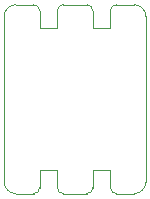
<source format=gm1>
G04*
G04 #@! TF.GenerationSoftware,Altium Limited,Altium Designer,22.8.2 (66)*
G04*
G04 Layer_Color=16711935*
%FSLAX44Y44*%
%MOMM*%
G71*
G04*
G04 #@! TF.SameCoordinates,E53D1342-04FB-46C4-8B8E-3003C50B0CB2*
G04*
G04*
G04 #@! TF.FilePolarity,Positive*
G04*
G01*
G75*
%ADD27C,0.1000*%
D27*
X120664Y195142D02*
G03*
X115664Y200142I-5000J0D01*
G01*
X75664Y195142D02*
G03*
X70664Y200142I-5000J0D01*
G01*
X55664D02*
G03*
X45664Y190142I0J-10000D01*
G01*
X70664Y40142D02*
G03*
X75664Y45142I0J5000D01*
G01*
X165664Y190142D02*
G03*
X155664Y200142I-10000J0D01*
G01*
X90664Y45142D02*
G03*
X95664Y40142I5000J0D01*
G01*
Y200142D02*
G03*
X90664Y195142I0J-5000D01*
G01*
X45664Y50142D02*
G03*
X55664Y40142I10000J0D01*
G01*
X135664Y45142D02*
G03*
X140664Y40142I5000J0D01*
G01*
X155664Y40142D02*
G03*
X165664Y50142I0J10000D01*
G01*
X140664Y200142D02*
G03*
X135664Y195142I0J-5000D01*
G01*
X115664Y40142D02*
G03*
X120664Y45142I0J5000D01*
G01*
X135664D02*
Y60142D01*
X120664D02*
X135664D01*
X120664Y180142D02*
Y195142D01*
X55664Y200142D02*
X70664D01*
X45664Y50142D02*
Y190142D01*
X55664Y40142D02*
X70664D01*
X75664Y180142D02*
Y195142D01*
X95664Y40142D02*
X115664D01*
X75664Y180142D02*
X90664D01*
Y195142D01*
Y45142D02*
Y60142D01*
X75664D02*
X90664D01*
X75664Y45142D02*
Y60142D01*
X95664Y200142D02*
X115664D01*
X140664Y40142D02*
X155664D01*
X165664Y50142D02*
Y190142D01*
X140664Y200142D02*
X155664D01*
X135664Y180142D02*
Y195142D01*
X120664Y180142D02*
X135664D01*
X120664Y45142D02*
Y60142D01*
M02*

</source>
